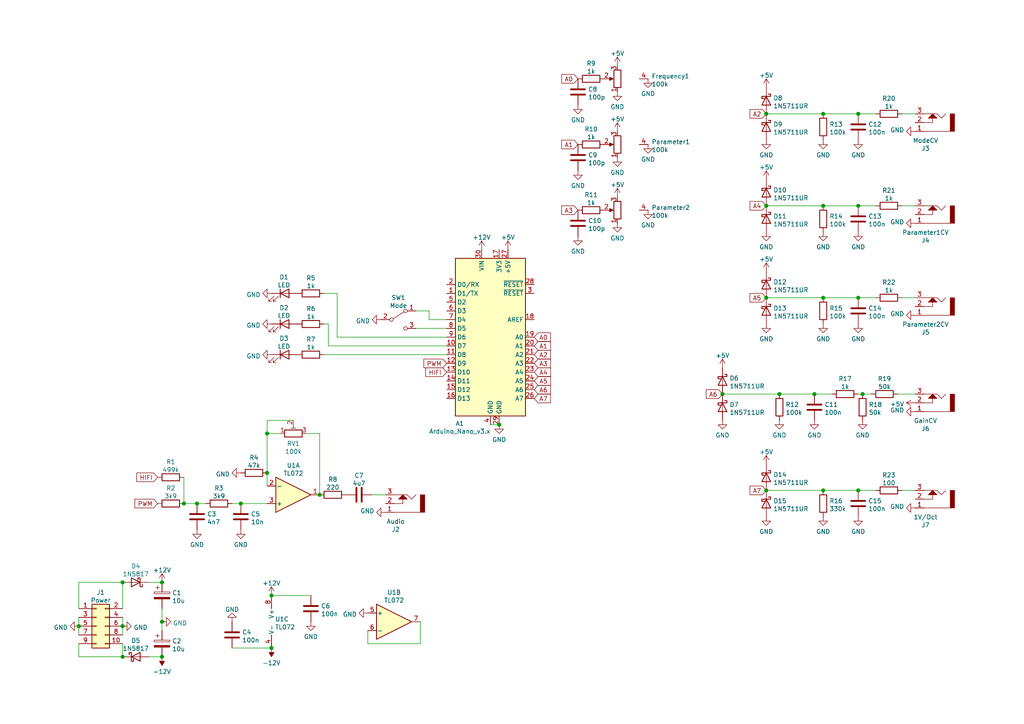
<source format=kicad_sch>
(kicad_sch (version 20210126) (generator eeschema)
  (paper "A4")
  (lib_symbols
    (symbol "Amplifier_Operational:TL072" (pin_names (offset 0.127))
      (property "Reference" "U" (at 0 5.08 0))
      (property "Value" "TL072" (at 0 -5.08 0))
      (symbol "TL072_1_1"
        (polyline (pts (xy -5.08 5.08) (xy 5.08 0) (xy -5.08 -5.08) (xy -5.08 5.08)) (stroke (width 0.254)) (fill (type background)))
        (pin output line (at 7.62 0 180) (length 2.54) (name "~") (number "1"))
        (pin input line (at -7.62 -2.54 0) (length 2.54) (name "-") (number "2"))
        (pin input line (at -7.62 2.54 0) (length 2.54) (name "+") (number "3"))
      )
      (symbol "TL072_2_1"
        (polyline (pts (xy -5.08 5.08) (xy 5.08 0) (xy -5.08 -5.08) (xy -5.08 5.08)) (stroke (width 0.254)) (fill (type background)))
        (pin input line (at -7.62 2.54 0) (length 2.54) (name "+") (number "5"))
        (pin input line (at -7.62 -2.54 0) (length 2.54) (name "-") (number "6"))
        (pin output line (at 7.62 0 180) (length 2.54) (name "~") (number "7"))
      )
      (symbol "TL072_3_1"
        (pin power_in line (at -2.54 -7.62 90) (length 3.81) (name "V-") (number "4"))
        (pin power_in line (at -2.54 7.62 270) (length 3.81) (name "V+") (number "8"))
      )
    )
    (symbol "Connector_Generic:Conn_02x05_Odd_Even" (pin_names (offset 1.016) hide)
      (property "Reference" "J" (at 1.27 7.62 0))
      (property "Value" "Conn_02x05_Odd_Even" (at 1.27 -7.62 0))
      (symbol "Conn_02x05_Odd_Even_1_1"
        (rectangle (start -1.27 -4.953) (end 0 -5.207) (stroke (width 0.1524)))
        (rectangle (start -1.27 -2.413) (end 0 -2.667) (stroke (width 0.1524)))
        (rectangle (start -1.27 0.127) (end 0 -0.127) (stroke (width 0.1524)))
        (rectangle (start -1.27 2.667) (end 0 2.413) (stroke (width 0.1524)))
        (rectangle (start -1.27 5.207) (end 0 4.953) (stroke (width 0.1524)))
        (rectangle (start 3.81 -4.953) (end 2.54 -5.207) (stroke (width 0.1524)))
        (rectangle (start 3.81 -2.413) (end 2.54 -2.667) (stroke (width 0.1524)))
        (rectangle (start 3.81 0.127) (end 2.54 -0.127) (stroke (width 0.1524)))
        (rectangle (start 3.81 2.667) (end 2.54 2.413) (stroke (width 0.1524)))
        (rectangle (start 3.81 5.207) (end 2.54 4.953) (stroke (width 0.1524)))
        (rectangle (start -1.27 6.35) (end 3.81 -6.35) (stroke (width 0.254)) (fill (type background)))
        (pin passive line (at -5.08 5.08 0) (length 3.81) (name "Pin_1") (number "1"))
        (pin passive line (at 7.62 -5.08 180) (length 3.81) (name "Pin_10") (number "10"))
        (pin passive line (at 7.62 5.08 180) (length 3.81) (name "Pin_2") (number "2"))
        (pin passive line (at -5.08 2.54 0) (length 3.81) (name "Pin_3") (number "3"))
        (pin passive line (at 7.62 2.54 180) (length 3.81) (name "Pin_4") (number "4"))
        (pin passive line (at -5.08 0 0) (length 3.81) (name "Pin_5") (number "5"))
        (pin passive line (at 7.62 0 180) (length 3.81) (name "Pin_6") (number "6"))
        (pin passive line (at -5.08 -2.54 0) (length 3.81) (name "Pin_7") (number "7"))
        (pin passive line (at 7.62 -2.54 180) (length 3.81) (name "Pin_8") (number "8"))
        (pin passive line (at -5.08 -5.08 0) (length 3.81) (name "Pin_9") (number "9"))
      )
    )
    (symbol "Device:C" (pin_numbers hide) (pin_names (offset 0.254))
      (property "Reference" "C" (at 0.635 2.54 0))
      (property "Value" "C" (at 0.635 -2.54 0))
      (symbol "C_0_1"
        (polyline (pts (xy -2.032 -0.762) (xy 2.032 -0.762)) (stroke (width 0.508)))
        (polyline (pts (xy -2.032 0.762) (xy 2.032 0.762)) (stroke (width 0.508)))
      )
      (symbol "C_1_1"
        (pin passive line (at 0 3.81 270) (length 2.794) (name "~") (number "1"))
        (pin passive line (at 0 -3.81 90) (length 2.794) (name "~") (number "2"))
      )
    )
    (symbol "Device:C_Polarized" (pin_numbers hide) (pin_names (offset 0.254))
      (property "Reference" "C" (at 0.635 2.54 0))
      (property "Value" "C_Polarized" (at 0.635 -2.54 0))
      (symbol "C_Polarized_0_1"
        (rectangle (start -2.286 0.508) (end 2.286 1.016))
        (rectangle (start 2.286 -0.508) (end -2.286 -1.016) (fill (type outline)))
        (polyline (pts (xy -1.778 2.286) (xy -0.762 2.286)))
        (polyline (pts (xy -1.27 2.794) (xy -1.27 1.778)))
      )
      (symbol "C_Polarized_1_1"
        (pin passive line (at 0 3.81 270) (length 2.794) (name "~") (number "1"))
        (pin passive line (at 0 -3.81 90) (length 2.794) (name "~") (number "2"))
      )
    )
    (symbol "Device:LED" (pin_numbers hide) (pin_names (offset 1.016) hide)
      (property "Reference" "D" (at 0 2.54 0))
      (property "Value" "LED" (at 0 -2.54 0))
      (symbol "LED_0_1"
        (polyline (pts (xy -1.27 -1.27) (xy -1.27 1.27)) (stroke (width 0.254)))
        (polyline (pts (xy -1.27 0) (xy 1.27 0)))
        (polyline (pts (xy 1.27 -1.27) (xy 1.27 1.27) (xy -1.27 0) (xy 1.27 -1.27)) (stroke (width 0.254)))
        (polyline (pts (xy -3.048 -0.762) (xy -4.572 -2.286) (xy -3.81 -2.286) (xy -4.572 -2.286) (xy -4.572 -1.524)))
        (polyline (pts (xy -1.778 -0.762) (xy -3.302 -2.286) (xy -2.54 -2.286) (xy -3.302 -2.286) (xy -3.302 -1.524)))
      )
      (symbol "LED_1_1"
        (pin passive line (at -3.81 0 0) (length 2.54) (name "K") (number "1"))
        (pin passive line (at 3.81 0 180) (length 2.54) (name "A") (number "2"))
      )
    )
    (symbol "Device:R" (pin_numbers hide) (pin_names (offset 0))
      (property "Reference" "R" (at 2.032 0 90))
      (property "Value" "R" (at 0 0 90))
      (symbol "R_0_1"
        (rectangle (start -1.016 -2.54) (end 1.016 2.54) (stroke (width 0.254)))
      )
      (symbol "R_1_1"
        (pin passive line (at 0 3.81 270) (length 1.27) (name "~") (number "1"))
        (pin passive line (at 0 -3.81 90) (length 1.27) (name "~") (number "2"))
      )
    )
    (symbol "Device:R_Potentiometer_GND" (pin_names (offset 1.016) hide)
      (property "Reference" "RV" (at -4.445 0 90))
      (property "Value" "R_Potentiometer_GND" (at -2.54 0 90))
      (symbol "R_Potentiometer_GND_0_1"
        (rectangle (start 1.016 2.54) (end -1.016 -2.54) (stroke (width 0.254)))
        (polyline (pts (xy 2.54 0) (xy 1.524 0)))
        (polyline (pts (xy 1.143 0) (xy 2.286 0.508) (xy 2.286 -0.508) (xy 1.143 0)) (fill (type outline)))
      )
      (symbol "R_Potentiometer_GND_1_1"
        (pin passive line (at 0 3.81 270) (length 1.27) (name "1") (number "1"))
        (pin passive line (at 3.81 0 180) (length 1.27) (name "2") (number "2"))
        (pin passive line (at 0 -3.81 90) (length 1.27) (name "3") (number "3"))
        (pin passive line (at -8.89 0 0) (length 2.54) (name "GND") (number "4"))
      )
    )
    (symbol "Device:R_Potentiometer_Trim" (pin_names (offset 1.016) hide)
      (property "Reference" "RV" (at -4.445 0 90))
      (property "Value" "R_Potentiometer_Trim" (at -2.54 0 90))
      (symbol "R_Potentiometer_Trim_0_1"
        (rectangle (start 1.016 2.54) (end -1.016 -2.54) (stroke (width 0.254)))
        (polyline (pts (xy 1.524 0.762) (xy 1.524 -0.762)))
        (polyline (pts (xy 2.54 0) (xy 1.524 0)))
      )
      (symbol "R_Potentiometer_Trim_1_1"
        (pin passive line (at 0 3.81 270) (length 1.27) (name "1") (number "1"))
        (pin passive line (at 3.81 0 180) (length 1.27) (name "2") (number "2"))
        (pin passive line (at 0 -3.81 90) (length 1.27) (name "3") (number "3"))
      )
    )
    (symbol "Diode:1N5711UR" (pin_numbers hide) (pin_names (offset 1.016) hide)
      (property "Reference" "D" (at 0 2.54 0))
      (property "Value" "1N5711UR" (at 0 -2.54 0))
      (symbol "1N5711UR_0_1"
        (polyline (pts (xy 1.27 0) (xy -1.27 0)))
        (polyline (pts (xy 1.27 1.27) (xy 1.27 -1.27) (xy -1.27 0) (xy 1.27 1.27)) (stroke (width 0.254)))
        (polyline (pts (xy -1.905 0.635) (xy -1.905 1.27) (xy -1.27 1.27) (xy -1.27 -1.27) (xy -0.635 -1.27) (xy -0.635 -0.635)) (stroke (width 0.254)))
      )
      (symbol "1N5711UR_1_1"
        (pin passive line (at -3.81 0 0) (length 2.54) (name "K") (number "1"))
        (pin passive line (at 3.81 0 180) (length 2.54) (name "A") (number "2"))
      )
    )
    (symbol "Diode:1N5817" (pin_numbers hide) (pin_names (offset 1.016) hide)
      (property "Reference" "D" (at 0 2.54 0))
      (property "Value" "1N5817" (at 0 -2.54 0))
      (symbol "1N5817_0_1"
        (polyline (pts (xy 1.27 0) (xy -1.27 0)))
        (polyline (pts (xy 1.27 1.27) (xy 1.27 -1.27) (xy -1.27 0) (xy 1.27 1.27)) (stroke (width 0.254)))
        (polyline (pts (xy -1.905 0.635) (xy -1.905 1.27) (xy -1.27 1.27) (xy -1.27 -1.27) (xy -0.635 -1.27) (xy -0.635 -0.635)) (stroke (width 0.254)))
      )
      (symbol "1N5817_1_1"
        (pin passive line (at -3.81 0 0) (length 2.54) (name "K") (number "1"))
        (pin passive line (at 3.81 0 180) (length 2.54) (name "A") (number "2"))
      )
    )
    (symbol "MCU_Module:Arduino_Nano_v3.x"
      (property "Reference" "A" (at -10.16 23.495 0))
      (property "Value" "Arduino_Nano_v3.x" (at 5.08 -24.13 0))
      (symbol "Arduino_Nano_v3.x_0_1"
        (rectangle (start -10.16 22.86) (end 10.16 -22.86) (stroke (width 0.254)) (fill (type background)))
      )
      (symbol "Arduino_Nano_v3.x_1_1"
        (pin bidirectional line (at -12.7 12.7 0) (length 2.54) (name "D1/TX") (number "1"))
        (pin bidirectional line (at -12.7 -2.54 0) (length 2.54) (name "D7") (number "10"))
        (pin bidirectional line (at -12.7 -5.08 0) (length 2.54) (name "D8") (number "11"))
        (pin bidirectional line (at -12.7 -7.62 0) (length 2.54) (name "D9") (number "12"))
        (pin bidirectional line (at -12.7 -10.16 0) (length 2.54) (name "D10") (number "13"))
        (pin bidirectional line (at -12.7 -12.7 0) (length 2.54) (name "D11") (number "14"))
        (pin bidirectional line (at -12.7 -15.24 0) (length 2.54) (name "D12") (number "15"))
        (pin bidirectional line (at -12.7 -17.78 0) (length 2.54) (name "D13") (number "16"))
        (pin power_out line (at 2.54 25.4 270) (length 2.54) (name "3V3") (number "17"))
        (pin input line (at 12.7 5.08 180) (length 2.54) (name "AREF") (number "18"))
        (pin bidirectional line (at 12.7 0 180) (length 2.54) (name "A0") (number "19"))
        (pin bidirectional line (at -12.7 15.24 0) (length 2.54) (name "D0/RX") (number "2"))
        (pin bidirectional line (at 12.7 -2.54 180) (length 2.54) (name "A1") (number "20"))
        (pin bidirectional line (at 12.7 -5.08 180) (length 2.54) (name "A2") (number "21"))
        (pin bidirectional line (at 12.7 -7.62 180) (length 2.54) (name "A3") (number "22"))
        (pin bidirectional line (at 12.7 -10.16 180) (length 2.54) (name "A4") (number "23"))
        (pin bidirectional line (at 12.7 -12.7 180) (length 2.54) (name "A5") (number "24"))
        (pin bidirectional line (at 12.7 -15.24 180) (length 2.54) (name "A6") (number "25"))
        (pin bidirectional line (at 12.7 -17.78 180) (length 2.54) (name "A7") (number "26"))
        (pin power_out line (at 5.08 25.4 270) (length 2.54) (name "+5V") (number "27"))
        (pin input line (at 12.7 15.24 180) (length 2.54) (name "~RESET") (number "28"))
        (pin power_in line (at 2.54 -25.4 90) (length 2.54) (name "GND") (number "29"))
        (pin input line (at 12.7 12.7 180) (length 2.54) (name "~RESET") (number "3"))
        (pin power_in line (at -2.54 25.4 270) (length 2.54) (name "VIN") (number "30"))
        (pin power_in line (at 0 -25.4 90) (length 2.54) (name "GND") (number "4"))
        (pin bidirectional line (at -12.7 10.16 0) (length 2.54) (name "D2") (number "5"))
        (pin bidirectional line (at -12.7 7.62 0) (length 2.54) (name "D3") (number "6"))
        (pin bidirectional line (at -12.7 5.08 0) (length 2.54) (name "D4") (number "7"))
        (pin bidirectional line (at -12.7 2.54 0) (length 2.54) (name "D5") (number "8"))
        (pin bidirectional line (at -12.7 0 0) (length 2.54) (name "D6") (number "9"))
      )
    )
    (symbol "Switch:SW_SPDT" (pin_names (offset 0) hide)
      (property "Reference" "SW" (at 0 4.318 0))
      (property "Value" "SW_SPDT" (at 0 -5.08 0))
      (symbol "SW_SPDT_0_0"
        (circle (center -2.032 0) (radius 0.508))
        (circle (center 2.032 -2.54) (radius 0.508))
      )
      (symbol "SW_SPDT_0_1"
        (circle (center 2.032 2.54) (radius 0.508))
        (polyline (pts (xy -1.524 0.254) (xy 1.651 2.286)))
      )
      (symbol "SW_SPDT_1_1"
        (pin passive line (at 5.08 2.54 180) (length 2.54) (name "A") (number "1"))
        (pin passive line (at -5.08 0 0) (length 2.54) (name "B") (number "2"))
        (pin passive line (at 5.08 -2.54 180) (length 2.54) (name "C") (number "3"))
      )
    )
    (symbol "nathans_symbols:Thonkiconn"
      (property "Reference" "U" (at -2.54 7.62 0))
      (property "Value" "Thonkiconn" (at -2.54 5.08 0))
      (symbol "Thonkiconn_0_1"
        (rectangle (start -11.43 2.54) (end -10.16 -2.54) (stroke (width 0.1524)) (fill (type outline)))
        (polyline (pts (xy -2.54 2.54) (xy -10.16 2.54)) (stroke (width 0.1524)))
        (polyline (pts (xy -2.54 0) (xy -5.08 0) (xy -5.08 -2.54)) (stroke (width 0.1524)))
        (polyline (pts (xy -2.54 -2.54) (xy -6.35 -2.54) (xy -7.62 -1.27) (xy -8.89 -2.54)) (stroke (width 0.1524)))
        (polyline (pts (xy -5.08 -2.54) (xy -6.35 -1.27) (xy -3.81 -1.27) (xy -5.08 -2.54)) (stroke (width 0.1524)) (fill (type outline)))
      )
      (symbol "Thonkiconn_1_1"
        (pin passive line (at 0 2.54 180) (length 2.54) (name "") (number "1"))
        (pin passive line (at 0 0 180) (length 2.54) (name "") (number "2"))
        (pin passive line (at 0 -2.54 180) (length 2.54) (name "") (number "3"))
      )
    )
    (symbol "power:+12V" (power) (pin_names (offset 0))
      (property "Value" "+12V" (at 0 3.556 0))
      (symbol "+12V_0_1"
        (polyline (pts (xy -0.762 1.27) (xy 0 2.54)))
        (polyline (pts (xy 0 0) (xy 0 2.54)))
        (polyline (pts (xy 0 2.54) (xy 0.762 1.27)))
      )
      (symbol "+12V_1_1"
        (pin power_in line (at 0 0 90) (length 0) hide (name "+12V") (number "1"))
      )
    )
    (symbol "power:+5V" (power) (pin_names (offset 0))
      (property "Value" "+5V" (at 0 3.556 0))
      (symbol "+5V_0_1"
        (polyline (pts (xy -0.762 1.27) (xy 0 2.54)))
        (polyline (pts (xy 0 0) (xy 0 2.54)))
        (polyline (pts (xy 0 2.54) (xy 0.762 1.27)))
      )
      (symbol "+5V_1_1"
        (pin power_in line (at 0 0 90) (length 0) hide (name "+5V") (number "1"))
      )
    )
    (symbol "power:-12V" (power) (pin_names (offset 0))
      (property "Value" "-12V" (at 0 3.81 0))
      (symbol "-12V_0_0"
        (pin power_in line (at 0 0 90) (length 0) hide (name "-12V") (number "1"))
      )
      (symbol "-12V_0_1"
        (polyline (pts (xy 0 0) (xy 0 1.27) (xy 0.762 1.27) (xy 0 2.54) (xy -0.762 1.27) (xy 0 1.27)) (fill (type outline)))
      )
    )
    (symbol "power:GND" (power) (pin_names (offset 0))
      (property "Value" "GND" (at 0 -3.81 0))
      (symbol "GND_0_1"
        (polyline (pts (xy 0 0) (xy 0 -1.27) (xy 1.27 -1.27) (xy 0 -2.54) (xy -1.27 -1.27) (xy 0 -1.27)))
      )
      (symbol "GND_1_1"
        (pin power_in line (at 0 0 270) (length 0) hide (name "GND") (number "1"))
      )
    )
  )
  (junction (at 22.86 181.61) (diameter 1.016))
  (junction (at 35.56 168.91) (diameter 1.016))
  (junction (at 35.56 181.61) (diameter 1.016))
  (junction (at 35.56 190.5) (diameter 1.016))
  (junction (at 46.99 168.91) (diameter 1.016))
  (junction (at 46.99 180.34) (diameter 1.016))
  (junction (at 46.99 190.5) (diameter 1.016))
  (junction (at 53.34 146.05) (diameter 1.016))
  (junction (at 57.15 146.05) (diameter 1.016))
  (junction (at 69.85 146.05) (diameter 1.016))
  (junction (at 77.47 125.73) (diameter 1.016))
  (junction (at 77.47 137.16) (diameter 1.016))
  (junction (at 78.74 172.72) (diameter 1.016))
  (junction (at 78.74 187.96) (diameter 1.016))
  (junction (at 92.71 143.51) (diameter 1.016))
  (junction (at 144.78 123.19) (diameter 1.016))
  (junction (at 209.55 114.3) (diameter 1.016))
  (junction (at 222.25 33.02) (diameter 1.016))
  (junction (at 222.25 59.69) (diameter 1.016))
  (junction (at 222.25 86.36) (diameter 1.016))
  (junction (at 222.25 142.24) (diameter 1.016))
  (junction (at 226.06 114.3) (diameter 1.016))
  (junction (at 236.22 114.3) (diameter 1.016))
  (junction (at 238.76 33.02) (diameter 1.016))
  (junction (at 238.76 59.69) (diameter 1.016))
  (junction (at 238.76 86.36) (diameter 1.016))
  (junction (at 238.76 142.24) (diameter 1.016))
  (junction (at 248.92 33.02) (diameter 1.016))
  (junction (at 248.92 59.69) (diameter 1.016))
  (junction (at 248.92 86.36) (diameter 1.016))
  (junction (at 248.92 142.24) (diameter 1.016))
  (junction (at 250.19 114.3) (diameter 1.016))
  (wire (pts (xy 22.86 168.91) (xy 35.56 168.91)))
  (wire (pts (xy 22.86 176.53) (xy 22.86 168.91)))
  (wire (pts (xy 22.86 179.07) (xy 22.86 181.61)))
  (wire (pts (xy 22.86 181.61) (xy 22.86 184.15)))
  (wire (pts (xy 22.86 186.69) (xy 22.86 190.5)))
  (wire (pts (xy 22.86 190.5) (xy 35.56 190.5)))
  (wire (pts (xy 35.56 176.53) (xy 35.56 168.91)))
  (wire (pts (xy 35.56 179.07) (xy 35.56 181.61)))
  (wire (pts (xy 35.56 181.61) (xy 35.56 184.15)))
  (wire (pts (xy 35.56 190.5) (xy 35.56 186.69)))
  (wire (pts (xy 43.18 168.91) (xy 46.99 168.91)))
  (wire (pts (xy 43.18 190.5) (xy 46.99 190.5)))
  (wire (pts (xy 46.99 176.53) (xy 46.99 180.34)))
  (wire (pts (xy 46.99 180.34) (xy 46.99 182.88)))
  (wire (pts (xy 53.34 138.43) (xy 53.34 146.05)))
  (wire (pts (xy 53.34 146.05) (xy 57.15 146.05)))
  (wire (pts (xy 57.15 146.05) (xy 59.69 146.05)))
  (wire (pts (xy 67.31 146.05) (xy 69.85 146.05)))
  (wire (pts (xy 67.31 187.96) (xy 78.74 187.96)))
  (wire (pts (xy 69.85 146.05) (xy 77.47 146.05)))
  (wire (pts (xy 77.47 121.92) (xy 77.47 125.73)))
  (wire (pts (xy 77.47 125.73) (xy 77.47 137.16)))
  (wire (pts (xy 77.47 137.16) (xy 77.47 140.97)))
  (wire (pts (xy 78.74 172.72) (xy 90.17 172.72)))
  (wire (pts (xy 81.28 125.73) (xy 77.47 125.73)))
  (wire (pts (xy 85.09 121.92) (xy 77.47 121.92)))
  (wire (pts (xy 88.9 125.73) (xy 92.71 125.73)))
  (wire (pts (xy 92.71 125.73) (xy 92.71 143.51)))
  (wire (pts (xy 93.98 85.09) (xy 97.79 85.09)))
  (wire (pts (xy 93.98 102.87) (xy 129.54 102.87)))
  (wire (pts (xy 95.25 93.98) (xy 93.98 93.98)))
  (wire (pts (xy 95.25 100.33) (xy 95.25 93.98)))
  (wire (pts (xy 97.79 85.09) (xy 97.79 97.79)))
  (wire (pts (xy 97.79 97.79) (xy 129.54 97.79)))
  (wire (pts (xy 106.68 182.88) (xy 106.68 186.69)))
  (wire (pts (xy 106.68 186.69) (xy 121.92 186.69)))
  (wire (pts (xy 107.95 143.51) (xy 111.76 143.51)))
  (wire (pts (xy 120.65 95.25) (xy 129.54 95.25)))
  (wire (pts (xy 121.92 186.69) (xy 121.92 180.34)))
  (wire (pts (xy 124.46 90.17) (xy 120.65 90.17)))
  (wire (pts (xy 124.46 92.71) (xy 124.46 90.17)))
  (wire (pts (xy 129.54 92.71) (xy 124.46 92.71)))
  (wire (pts (xy 129.54 100.33) (xy 95.25 100.33)))
  (wire (pts (xy 142.24 123.19) (xy 144.78 123.19)))
  (wire (pts (xy 209.55 114.3) (xy 226.06 114.3)))
  (wire (pts (xy 222.25 33.02) (xy 238.76 33.02)))
  (wire (pts (xy 222.25 59.69) (xy 238.76 59.69)))
  (wire (pts (xy 222.25 86.36) (xy 238.76 86.36)))
  (wire (pts (xy 222.25 142.24) (xy 238.76 142.24)))
  (wire (pts (xy 226.06 114.3) (xy 236.22 114.3)))
  (wire (pts (xy 236.22 114.3) (xy 241.3 114.3)))
  (wire (pts (xy 238.76 33.02) (xy 248.92 33.02)))
  (wire (pts (xy 238.76 59.69) (xy 248.92 59.69)))
  (wire (pts (xy 238.76 86.36) (xy 248.92 86.36)))
  (wire (pts (xy 238.76 142.24) (xy 248.92 142.24)))
  (wire (pts (xy 248.92 33.02) (xy 254 33.02)))
  (wire (pts (xy 248.92 59.69) (xy 254 59.69)))
  (wire (pts (xy 248.92 86.36) (xy 254 86.36)))
  (wire (pts (xy 248.92 114.3) (xy 250.19 114.3)))
  (wire (pts (xy 248.92 142.24) (xy 254 142.24)))
  (wire (pts (xy 250.19 114.3) (xy 252.73 114.3)))
  (wire (pts (xy 260.35 114.3) (xy 265.43 114.3)))
  (wire (pts (xy 261.62 33.02) (xy 265.43 33.02)))
  (wire (pts (xy 261.62 59.69) (xy 265.43 59.69)))
  (wire (pts (xy 261.62 86.36) (xy 265.43 86.36)))
  (wire (pts (xy 261.62 142.24) (xy 265.43 142.24)))
  (global_label "HIFI" (shape input) (at 45.72 138.43 180) (property "Intersheet References" "${INTERSHEET_REFS}" (effects hide)))
  (global_label "PWM" (shape input) (at 45.72 146.05 180) (property "Intersheet References" "${INTERSHEET_REFS}" (effects hide)))
  (global_label "PWM" (shape input) (at 129.54 105.41 180) (property "Intersheet References" "${INTERSHEET_REFS}" (effects hide)))
  (global_label "HIFI" (shape input) (at 129.54 107.95 180) (property "Intersheet References" "${INTERSHEET_REFS}" (effects hide)))
  (global_label "A0" (shape input) (at 154.94 97.79 0) (property "Intersheet References" "${INTERSHEET_REFS}" (effects hide)))
  (global_label "A1" (shape input) (at 154.94 100.33 0) (property "Intersheet References" "${INTERSHEET_REFS}" (effects hide)))
  (global_label "A2" (shape input) (at 154.94 102.87 0) (property "Intersheet References" "${INTERSHEET_REFS}" (effects hide)))
  (global_label "A3" (shape input) (at 154.94 105.41 0) (property "Intersheet References" "${INTERSHEET_REFS}" (effects hide)))
  (global_label "A4" (shape input) (at 154.94 107.95 0) (property "Intersheet References" "${INTERSHEET_REFS}" (effects hide)))
  (global_label "A5" (shape input) (at 154.94 110.49 0) (property "Intersheet References" "${INTERSHEET_REFS}" (effects hide)))
  (global_label "A6" (shape input) (at 154.94 113.03 0) (property "Intersheet References" "${INTERSHEET_REFS}" (effects hide)))
  (global_label "A7" (shape input) (at 154.94 115.57 0) (property "Intersheet References" "${INTERSHEET_REFS}" (effects hide)))
  (global_label "A0" (shape input) (at 167.64 22.86 180) (property "Intersheet References" "${INTERSHEET_REFS}" (effects hide)))
  (global_label "A1" (shape input) (at 167.64 41.91 180) (property "Intersheet References" "${INTERSHEET_REFS}" (effects hide)))
  (global_label "A3" (shape input) (at 167.64 60.96 180) (property "Intersheet References" "${INTERSHEET_REFS}" (effects hide)))
  (global_label "A6" (shape input) (at 209.55 114.3 180) (property "Intersheet References" "${INTERSHEET_REFS}" (effects hide)))
  (global_label "A2" (shape input) (at 222.25 33.02 180) (property "Intersheet References" "${INTERSHEET_REFS}" (effects hide)))
  (global_label "A4" (shape input) (at 222.25 59.69 180) (property "Intersheet References" "${INTERSHEET_REFS}" (effects hide)))
  (global_label "A5" (shape input) (at 222.25 86.36 180) (property "Intersheet References" "${INTERSHEET_REFS}" (effects hide)))
  (global_label "A7" (shape input) (at 222.25 142.24 180) (property "Intersheet References" "${INTERSHEET_REFS}" (effects hide)))
  (symbol (lib_id "power:+12V") (at 46.99 168.91 0) (unit 1)
    (property "Reference" "#PWR0101" (effects hide))
    (property "Value" "+12V" (at 46.99 165.3626 0))
  )
  (symbol (lib_id "power:-12V") (at 46.99 190.5 180) (unit 1)
    (property "Reference" "#PWR0106" (effects hide))
    (property "Value" "-12V" (at 46.99 194.8244 0))
  )
  (symbol (lib_id "power:+12V") (at 78.74 172.72 0) (unit 1)
    (property "Reference" "#PWR0117" (effects hide))
    (property "Value" "+12V" (at 78.74 169.1726 0))
  )
  (symbol (lib_id "power:-12V") (at 78.74 187.96 180) (unit 1)
    (property "Reference" "#PWR0115" (effects hide))
    (property "Value" "-12V" (at 78.74 192.2844 0))
  )
  (symbol (lib_id "power:+12V") (at 139.7 72.39 0) (unit 1)
    (property "Reference" "#PWR0120" (effects hide))
    (property "Value" "+12V" (at 139.7 68.8426 0))
  )
  (symbol (lib_id "power:+5V") (at 147.32 72.39 0) (unit 1)
    (property "Reference" "#PWR0119" (effects hide))
    (property "Value" "+5V" (at 147.32 68.8426 0))
  )
  (symbol (lib_id "power:+5V") (at 179.07 19.05 0) (unit 1)
    (property "Reference" "#PWR0138" (effects hide))
    (property "Value" "+5V" (at 179.07 15.5026 0))
  )
  (symbol (lib_id "power:+5V") (at 179.07 38.1 0) (unit 1)
    (property "Reference" "#PWR0143" (effects hide))
    (property "Value" "+5V" (at 179.07 34.5526 0))
  )
  (symbol (lib_id "power:+5V") (at 179.07 57.15 0) (unit 1)
    (property "Reference" "#PWR0140" (effects hide))
    (property "Value" "+5V" (at 179.07 53.6026 0))
  )
  (symbol (lib_id "power:+5V") (at 209.55 106.68 0) (unit 1)
    (property "Reference" "#PWR0157" (effects hide))
    (property "Value" "+5V" (at 209.55 103.1326 0))
  )
  (symbol (lib_id "power:+5V") (at 222.25 25.4 0) (unit 1)
    (property "Reference" "#PWR0146" (effects hide))
    (property "Value" "+5V" (at 222.25 21.8526 0))
  )
  (symbol (lib_id "power:+5V") (at 222.25 52.07 0) (unit 1)
    (property "Reference" "#PWR0147" (effects hide))
    (property "Value" "+5V" (at 222.25 48.5226 0))
  )
  (symbol (lib_id "power:+5V") (at 222.25 78.74 0) (unit 1)
    (property "Reference" "#PWR0149" (effects hide))
    (property "Value" "+5V" (at 222.25 75.1926 0))
  )
  (symbol (lib_id "power:+5V") (at 222.25 134.62 0) (unit 1)
    (property "Reference" "#PWR0159" (effects hide))
    (property "Value" "+5V" (at 222.25 131.0726 0))
  )
  (symbol (lib_id "power:+5V") (at 265.43 116.84 90) (unit 1)
    (property "Reference" "#PWR0133" (effects hide))
    (property "Value" "+5V" (at 262.255 117.2285 90) (effects (justify left)))
  )
  (symbol (lib_id "power:GND") (at 22.86 181.61 270) (unit 1)
    (property "Reference" "#PWR0102" (effects hide))
    (property "Value" "GND" (at 19.685 181.9985 90) (effects (justify right)))
  )
  (symbol (lib_id "power:GND") (at 35.56 181.61 90) (unit 1)
    (property "Reference" "#PWR0103" (effects hide))
    (property "Value" "GND" (at 38.7351 181.9985 90) (effects (justify right)))
  )
  (symbol (lib_id "power:GND") (at 46.99 180.34 90) (unit 1)
    (property "Reference" "#PWR0105" (effects hide))
    (property "Value" "GND" (at 50.1651 180.7285 90) (effects (justify right)))
  )
  (symbol (lib_id "power:GND") (at 57.15 153.67 0) (unit 1)
    (property "Reference" "#PWR0104" (effects hide))
    (property "Value" "GND" (at 57.15 157.9944 0))
  )
  (symbol (lib_id "power:GND") (at 67.31 180.34 180) (unit 1)
    (property "Reference" "#PWR0114" (effects hide))
    (property "Value" "GND" (at 67.31 176.7926 0))
  )
  (symbol (lib_id "power:GND") (at 69.85 137.16 270) (unit 1)
    (property "Reference" "#PWR0107" (effects hide))
    (property "Value" "GND" (at 66.675 137.5485 90) (effects (justify right)))
  )
  (symbol (lib_id "power:GND") (at 69.85 153.67 0) (unit 1)
    (property "Reference" "#PWR0112" (effects hide))
    (property "Value" "GND" (at 69.85 157.9944 0))
  )
  (symbol (lib_id "power:GND") (at 78.74 85.09 270) (unit 1)
    (property "Reference" "#PWR0109" (effects hide))
    (property "Value" "GND" (at 75.565 85.4785 90) (effects (justify right)))
  )
  (symbol (lib_id "power:GND") (at 78.74 93.98 270) (unit 1)
    (property "Reference" "#PWR0110" (effects hide))
    (property "Value" "GND" (at 75.565 94.3685 90) (effects (justify right)))
  )
  (symbol (lib_id "power:GND") (at 78.74 102.87 270) (unit 1)
    (property "Reference" "#PWR0108" (effects hide))
    (property "Value" "GND" (at 75.565 103.2585 90) (effects (justify right)))
  )
  (symbol (lib_id "power:GND") (at 90.17 180.34 0) (unit 1)
    (property "Reference" "#PWR0113" (effects hide))
    (property "Value" "GND" (at 90.17 184.6644 0))
  )
  (symbol (lib_id "power:GND") (at 106.68 177.8 270) (unit 1)
    (property "Reference" "#PWR0116" (effects hide))
    (property "Value" "GND" (at 103.505 178.1885 90) (effects (justify right)))
  )
  (symbol (lib_id "power:GND") (at 110.49 92.71 270) (unit 1)
    (property "Reference" "#PWR0118" (effects hide))
    (property "Value" "GND" (at 107.315 93.0985 90) (effects (justify right)))
  )
  (symbol (lib_id "power:GND") (at 111.76 148.59 270) (unit 1)
    (property "Reference" "#PWR0111" (effects hide))
    (property "Value" "GND" (at 108.5849 148.2015 90) (effects (justify right)))
  )
  (symbol (lib_id "power:GND") (at 144.78 123.19 0) (unit 1)
    (property "Reference" "#PWR0122" (effects hide))
    (property "Value" "GND" (at 144.78 127.5144 0))
  )
  (symbol (lib_id "power:GND") (at 167.64 30.48 0) (unit 1)
    (property "Reference" "#PWR0136" (effects hide))
    (property "Value" "GND" (at 167.64 34.8044 0))
  )
  (symbol (lib_id "power:GND") (at 167.64 49.53 0) (unit 1)
    (property "Reference" "#PWR0134" (effects hide))
    (property "Value" "GND" (at 167.64 53.8544 0))
  )
  (symbol (lib_id "power:GND") (at 167.64 68.58 0) (unit 1)
    (property "Reference" "#PWR0121" (effects hide))
    (property "Value" "GND" (at 167.64 72.9044 0))
  )
  (symbol (lib_id "power:GND") (at 179.07 26.67 0) (unit 1)
    (property "Reference" "#PWR0139" (effects hide))
    (property "Value" "GND" (at 179.07 30.9944 0))
  )
  (symbol (lib_id "power:GND") (at 179.07 45.72 0) (unit 1)
    (property "Reference" "#PWR0135" (effects hide))
    (property "Value" "GND" (at 179.07 50.0444 0))
  )
  (symbol (lib_id "power:GND") (at 179.07 64.77 0) (unit 1)
    (property "Reference" "#PWR0142" (effects hide))
    (property "Value" "GND" (at 179.07 69.0944 0))
  )
  (symbol (lib_id "power:GND") (at 187.96 22.86 0) (unit 1)
    (property "Reference" "#PWR0137" (effects hide))
    (property "Value" "GND" (at 187.96 27.1844 0))
  )
  (symbol (lib_id "power:GND") (at 187.96 41.91 0) (unit 1)
    (property "Reference" "#PWR0144" (effects hide))
    (property "Value" "GND" (at 187.96 46.2344 0))
  )
  (symbol (lib_id "power:GND") (at 187.96 60.96 0) (unit 1)
    (property "Reference" "#PWR0141" (effects hide))
    (property "Value" "GND" (at 187.96 65.2844 0))
  )
  (symbol (lib_id "power:GND") (at 209.55 121.92 0) (unit 1)
    (property "Reference" "#PWR0158" (effects hide))
    (property "Value" "GND" (at 209.55 126.2444 0))
  )
  (symbol (lib_id "power:GND") (at 222.25 40.64 0) (unit 1)
    (property "Reference" "#PWR0148" (effects hide))
    (property "Value" "GND" (at 222.25 44.9644 0))
  )
  (symbol (lib_id "power:GND") (at 222.25 67.31 0) (unit 1)
    (property "Reference" "#PWR0150" (effects hide))
    (property "Value" "GND" (at 222.25 71.6344 0))
  )
  (symbol (lib_id "power:GND") (at 222.25 93.98 0) (unit 1)
    (property "Reference" "#PWR0128" (effects hide))
    (property "Value" "GND" (at 222.25 98.3044 0))
  )
  (symbol (lib_id "power:GND") (at 222.25 149.86 0) (unit 1)
    (property "Reference" "#PWR0160" (effects hide))
    (property "Value" "GND" (at 222.25 154.1844 0))
  )
  (symbol (lib_id "power:GND") (at 226.06 121.92 0) (unit 1)
    (property "Reference" "#PWR0130" (effects hide))
    (property "Value" "GND" (at 226.06 126.2444 0))
  )
  (symbol (lib_id "power:GND") (at 236.22 121.92 0) (unit 1)
    (property "Reference" "#PWR0131" (effects hide))
    (property "Value" "GND" (at 236.22 126.2444 0))
  )
  (symbol (lib_id "power:GND") (at 238.76 40.64 0) (unit 1)
    (property "Reference" "#PWR0126" (effects hide))
    (property "Value" "GND" (at 238.76 44.9644 0))
  )
  (symbol (lib_id "power:GND") (at 238.76 67.31 0) (unit 1)
    (property "Reference" "#PWR0123" (effects hide))
    (property "Value" "GND" (at 238.76 71.6344 0))
  )
  (symbol (lib_id "power:GND") (at 238.76 93.98 0) (unit 1)
    (property "Reference" "#PWR0154" (effects hide))
    (property "Value" "GND" (at 238.76 98.3044 0))
  )
  (symbol (lib_id "power:GND") (at 238.76 149.86 0) (unit 1)
    (property "Reference" "#PWR0155" (effects hide))
    (property "Value" "GND" (at 238.76 154.1844 0))
  )
  (symbol (lib_id "power:GND") (at 248.92 40.64 0) (unit 1)
    (property "Reference" "#PWR0127" (effects hide))
    (property "Value" "GND" (at 248.92 44.9644 0))
  )
  (symbol (lib_id "power:GND") (at 248.92 67.31 0) (unit 1)
    (property "Reference" "#PWR0125" (effects hide))
    (property "Value" "GND" (at 248.92 71.6344 0))
  )
  (symbol (lib_id "power:GND") (at 248.92 93.98 0) (unit 1)
    (property "Reference" "#PWR0153" (effects hide))
    (property "Value" "GND" (at 248.92 98.3044 0))
  )
  (symbol (lib_id "power:GND") (at 248.92 149.86 0) (unit 1)
    (property "Reference" "#PWR0156" (effects hide))
    (property "Value" "GND" (at 248.92 154.1844 0))
  )
  (symbol (lib_id "power:GND") (at 250.19 121.92 0) (unit 1)
    (property "Reference" "#PWR0129" (effects hide))
    (property "Value" "GND" (at 250.19 126.2444 0))
  )
  (symbol (lib_id "power:GND") (at 265.43 38.1 270) (unit 1)
    (property "Reference" "#PWR0145" (effects hide))
    (property "Value" "GND" (at 262.2549 37.7115 90) (effects (justify right)))
  )
  (symbol (lib_id "power:GND") (at 265.43 64.77 270) (unit 1)
    (property "Reference" "#PWR0124" (effects hide))
    (property "Value" "GND" (at 262.2549 64.3815 90) (effects (justify right)))
  )
  (symbol (lib_id "power:GND") (at 265.43 91.44 270) (unit 1)
    (property "Reference" "#PWR0151" (effects hide))
    (property "Value" "GND" (at 262.2549 91.0515 90) (effects (justify right)))
  )
  (symbol (lib_id "power:GND") (at 265.43 119.38 270) (unit 1)
    (property "Reference" "#PWR0132" (effects hide))
    (property "Value" "GND" (at 262.2549 118.9915 90) (effects (justify right)))
  )
  (symbol (lib_id "power:GND") (at 265.43 147.32 270) (unit 1)
    (property "Reference" "#PWR0152" (effects hide))
    (property "Value" "GND" (at 262.2549 146.9315 90) (effects (justify right)))
  )
  (symbol (lib_id "Amplifier_Operational:TL072") (at 81.28 180.34 0) (unit 3)
    (property "Reference" "U1" (at 79.7561 179.5791 0) (effects (justify left)))
    (property "Value" "TL072" (at 79.7561 181.8778 0) (effects (justify left)))
    (property "Footprint" "Package_SO:SO-8_3.9x4.9mm_P1.27mm" (effects hide))
    (property "Datasheet" "http://www.ti.com/lit/ds/symlink/tl071.pdf" (effects hide))
    (property "LCSC" "C6961" (effects hide))
  )
  (symbol (lib_id "Device:R") (at 49.53 138.43 90) (unit 1)
    (property "Reference" "R1" (at 49.53 133.9808 90))
    (property "Value" "499k" (at 49.53 136.2795 90))
    (property "Footprint" "Resistor_SMD:R_0805_2012MetricValue" (effects hide))
    (property "LCSC" "C75783" (effects hide))
  )
  (symbol (lib_id "Device:R") (at 49.53 146.05 90) (unit 1)
    (property "Reference" "R2" (at 49.53 141.6008 90))
    (property "Value" "3k9" (at 49.53 143.8995 90))
    (property "Footprint" "Resistor_SMD:R_0805_2012MetricValue" (effects hide))
    (property "LCSC" "C17614" (effects hide))
  )
  (symbol (lib_id "Device:R") (at 63.5 146.05 90) (unit 1)
    (property "Reference" "R3" (at 63.5 141.6008 90))
    (property "Value" "3k9" (at 63.5 143.8995 90))
    (property "Footprint" "Resistor_SMD:R_0805_2012MetricValue" (effects hide))
    (property "LCSC" "C17614" (effects hide))
  )
  (symbol (lib_id "Device:R") (at 73.66 137.16 90) (unit 1)
    (property "Reference" "R4" (at 73.66 132.7108 90))
    (property "Value" "47k" (at 73.66 135.0095 90))
    (property "Footprint" "Resistor_SMD:R_0805_2012MetricValue" (effects hide))
    (property "LCSC" "C17713" (effects hide))
  )
  (symbol (lib_id "Device:R") (at 90.17 85.09 90) (unit 1)
    (property "Reference" "R5" (at 90.17 80.6408 90))
    (property "Value" "1k" (at 90.17 82.9395 90))
    (property "Footprint" "Resistor_SMD:R_0805_2012MetricValue" (effects hide))
    (property "LCSC" "C17513" (effects hide))
  )
  (symbol (lib_id "Device:R") (at 90.17 93.98 90) (unit 1)
    (property "Reference" "R6" (at 90.17 89.5308 90))
    (property "Value" "1k" (at 90.17 91.8295 90))
    (property "Footprint" "Resistor_SMD:R_0805_2012MetricValue" (effects hide))
    (property "LCSC" "C17513" (effects hide))
  )
  (symbol (lib_id "Device:R") (at 90.17 102.87 90) (unit 1)
    (property "Reference" "R7" (at 90.17 98.4208 90))
    (property "Value" "1k" (at 90.17 100.7195 90))
    (property "Footprint" "Resistor_SMD:R_0805_2012MetricValue" (effects hide))
    (property "LCSC" "C17513" (effects hide))
  )
  (symbol (lib_id "Device:R") (at 96.52 143.51 90) (unit 1)
    (property "Reference" "R8" (at 96.52 139.0608 90))
    (property "Value" "220" (at 96.52 141.3595 90))
    (property "Footprint" "Resistor_SMD:R_0805_2012MetricValue" (effects hide))
    (property "LCSC" "C17557" (effects hide))
  )
  (symbol (lib_id "Device:R") (at 171.45 22.86 90) (unit 1)
    (property "Reference" "R9" (at 171.45 18.4108 90))
    (property "Value" "1k" (at 171.45 20.7095 90))
    (property "Footprint" "Resistor_SMD:R_0805_2012MetricValue" (effects hide))
    (property "LCSC" "C17513" (effects hide))
  )
  (symbol (lib_id "Device:R") (at 171.45 41.91 90) (unit 1)
    (property "Reference" "R10" (at 171.45 37.4608 90))
    (property "Value" "1k" (at 171.45 39.7595 90))
    (property "Footprint" "Resistor_SMD:R_0805_2012MetricValue" (effects hide))
    (property "LCSC" "C17513" (effects hide))
  )
  (symbol (lib_id "Device:R") (at 171.45 60.96 90) (unit 1)
    (property "Reference" "R11" (at 171.45 56.5108 90))
    (property "Value" "1k" (at 171.45 58.8095 90))
    (property "Footprint" "Resistor_SMD:R_0805_2012MetricValue" (effects hide))
    (property "LCSC" "C17513" (effects hide))
  )
  (symbol (lib_id "Device:R") (at 226.06 118.11 180) (unit 1)
    (property "Reference" "R12" (at 227.8381 117.3491 0) (effects (justify right)))
    (property "Value" "100k" (at 227.8381 119.6478 0) (effects (justify right)))
    (property "Footprint" "Resistor_SMD:R_0805_2012MetricValue" (effects hide))
    (property "LCSC" "C17407" (effects hide))
  )
  (symbol (lib_id "Device:R") (at 238.76 36.83 180) (unit 1)
    (property "Reference" "R13" (at 240.5381 36.0691 0) (effects (justify right)))
    (property "Value" "100k" (at 240.5381 38.3678 0) (effects (justify right)))
    (property "Footprint" "Resistor_SMD:R_0805_2012MetricValue" (effects hide))
    (property "LCSC" "C17407" (effects hide))
  )
  (symbol (lib_id "Device:R") (at 238.76 63.5 180) (unit 1)
    (property "Reference" "R14" (at 240.5381 62.7391 0) (effects (justify right)))
    (property "Value" "100k" (at 240.5381 65.0378 0) (effects (justify right)))
    (property "Footprint" "Resistor_SMD:R_0805_2012MetricValue" (effects hide))
    (property "LCSC" "C17407" (effects hide))
  )
  (symbol (lib_id "Device:R") (at 238.76 90.17 180) (unit 1)
    (property "Reference" "R15" (at 240.5381 89.4091 0) (effects (justify right)))
    (property "Value" "100k" (at 240.5381 91.7078 0) (effects (justify right)))
    (property "Footprint" "Resistor_SMD:R_0805_2012MetricValue" (effects hide))
    (property "LCSC" "C17407" (effects hide))
  )
  (symbol (lib_id "Device:R") (at 238.76 146.05 180) (unit 1)
    (property "Reference" "R16" (at 240.5381 145.2891 0) (effects (justify right)))
    (property "Value" "330k" (at 240.5381 147.5878 0) (effects (justify right)))
    (property "Footprint" "Resistor_SMD:R_0805_2012MetricValue" (effects hide))
    (property "LCSC" "C17629" (effects hide))
  )
  (symbol (lib_id "Device:R") (at 245.11 114.3 90) (unit 1)
    (property "Reference" "R17" (at 245.11 109.8508 90))
    (property "Value" "1k" (at 245.11 112.1495 90))
    (property "Footprint" "Resistor_SMD:R_0805_2012MetricValue" (effects hide))
    (property "LCSC" "C17513" (effects hide))
  )
  (symbol (lib_id "Device:R") (at 250.19 118.11 180) (unit 1)
    (property "Reference" "R18" (at 251.9681 117.3491 0) (effects (justify right)))
    (property "Value" "50k" (at 251.9681 119.6478 0) (effects (justify right)))
    (property "Footprint" "Resistor_SMD:R_0805_2012MetricValue" (effects hide))
    (property "LCSC" "C63865" (effects hide))
  )
  (symbol (lib_id "Device:R") (at 256.54 114.3 270) (unit 1)
    (property "Reference" "R19" (at 256.54 109.8508 90))
    (property "Value" "50k" (at 256.54 112.1495 90))
    (property "Footprint" "Resistor_SMD:R_0805_2012MetricValue" (effects hide))
    (property "LCSC" "C63865" (effects hide))
  )
  (symbol (lib_id "Device:R") (at 257.81 33.02 90) (unit 1)
    (property "Reference" "R20" (at 257.81 28.5708 90))
    (property "Value" "1k" (at 257.81 30.8695 90))
    (property "Footprint" "Resistor_SMD:R_0805_2012MetricValue" (effects hide))
    (property "LCSC" "C17513" (effects hide))
  )
  (symbol (lib_id "Device:R") (at 257.81 59.69 90) (unit 1)
    (property "Reference" "R21" (at 257.81 55.2408 90))
    (property "Value" "1k" (at 257.81 57.5395 90))
    (property "Footprint" "Resistor_SMD:R_0805_2012MetricValue" (effects hide))
    (property "LCSC" "C17513" (effects hide))
  )
  (symbol (lib_id "Device:R") (at 257.81 86.36 90) (unit 1)
    (property "Reference" "R22" (at 257.81 81.9108 90))
    (property "Value" "1k" (at 257.81 84.2095 90))
    (property "Footprint" "Resistor_SMD:R_0805_2012MetricValue" (effects hide))
    (property "LCSC" "C17513" (effects hide))
  )
  (symbol (lib_id "Device:R") (at 257.81 142.24 90) (unit 1)
    (property "Reference" "R23" (at 257.81 137.7908 90))
    (property "Value" "100" (at 257.81 140.0895 90))
    (property "Footprint" "Resistor_SMD:R_0805_2012MetricValue" (effects hide))
    (property "LCSC" "C17408" (effects hide))
  )
  (symbol (lib_id "Diode:1N5817") (at 39.37 168.91 180) (unit 1)
    (property "Reference" "D4" (at 39.37 164.2068 0))
    (property "Value" "1N5817" (at 39.37 166.5055 0))
    (property "Footprint" "Diode_THT:D_DO-41_SOD81_P10.16mm_Horizontal" (effects hide))
    (property "Datasheet" "http://www.vishay.com/docs/88525/1n5817.pdf" (effects hide))
  )
  (symbol (lib_id "Diode:1N5817") (at 39.37 190.5 0) (unit 1)
    (property "Reference" "D5" (at 39.37 185.7968 0))
    (property "Value" "1N5817" (at 39.37 188.0955 0))
    (property "Footprint" "Diode_THT:D_DO-41_SOD81_P10.16mm_Horizontal" (effects hide))
    (property "Datasheet" "http://www.vishay.com/docs/88525/1n5817.pdf" (effects hide))
  )
  (symbol (lib_id "Diode:1N5711UR") (at 209.55 110.49 270) (unit 1)
    (property "Reference" "D6" (at 211.5821 109.7291 90) (effects (justify left)))
    (property "Value" "1N5711UR" (at 211.5821 112.0278 90) (effects (justify left)))
    (property "Footprint" "Diode_SMD:D_SOD-323_HandSoldering_longerpads" (effects hide))
    (property "Datasheet" "https://www.microsemi.com/document-portal/doc_download/131890-lds-0040-1-datasheet" (effects hide))
    (property "LCSC" "C151442" (effects hide))
  )
  (symbol (lib_id "Diode:1N5711UR") (at 209.55 118.11 270) (unit 1)
    (property "Reference" "D7" (at 211.5821 117.3491 90) (effects (justify left)))
    (property "Value" "1N5711UR" (at 211.5821 119.6478 90) (effects (justify left)))
    (property "Footprint" "Diode_SMD:D_SOD-323_HandSoldering_longerpads" (effects hide))
    (property "Datasheet" "https://www.microsemi.com/document-portal/doc_download/131890-lds-0040-1-datasheet" (effects hide))
    (property "LCSC" "C151442" (effects hide))
  )
  (symbol (lib_id "Diode:1N5711UR") (at 222.25 29.21 270) (unit 1)
    (property "Reference" "D8" (at 224.2821 28.4491 90) (effects (justify left)))
    (property "Value" "1N5711UR" (at 224.2821 30.7478 90) (effects (justify left)))
    (property "Footprint" "Diode_SMD:D_SOD-323_HandSoldering_longerpads" (effects hide))
    (property "Datasheet" "https://www.microsemi.com/document-portal/doc_download/131890-lds-0040-1-datasheet" (effects hide))
    (property "LCSC" "C151442" (effects hide))
  )
  (symbol (lib_id "Diode:1N5711UR") (at 222.25 36.83 270) (unit 1)
    (property "Reference" "D9" (at 224.2821 36.0691 90) (effects (justify left)))
    (property "Value" "1N5711UR" (at 224.2821 38.3678 90) (effects (justify left)))
    (property "Footprint" "Diode_SMD:D_SOD-323_HandSoldering_longerpads" (effects hide))
    (property "Datasheet" "https://www.microsemi.com/document-portal/doc_download/131890-lds-0040-1-datasheet" (effects hide))
    (property "LCSC" "C151442" (effects hide))
  )
  (symbol (lib_id "Diode:1N5711UR") (at 222.25 55.88 270) (unit 1)
    (property "Reference" "D10" (at 224.2821 55.1191 90) (effects (justify left)))
    (property "Value" "1N5711UR" (at 224.2821 57.4178 90) (effects (justify left)))
    (property "Footprint" "Diode_SMD:D_SOD-323_HandSoldering_longerpads" (effects hide))
    (property "Datasheet" "https://www.microsemi.com/document-portal/doc_download/131890-lds-0040-1-datasheet" (effects hide))
    (property "LCSC" "C151442" (effects hide))
  )
  (symbol (lib_id "Diode:1N5711UR") (at 222.25 63.5 270) (unit 1)
    (property "Reference" "D11" (at 224.2821 62.7391 90) (effects (justify left)))
    (property "Value" "1N5711UR" (at 224.2821 65.0378 90) (effects (justify left)))
    (property "Footprint" "Diode_SMD:D_SOD-323_HandSoldering_longerpads" (effects hide))
    (property "Datasheet" "https://www.microsemi.com/document-portal/doc_download/131890-lds-0040-1-datasheet" (effects hide))
    (property "LCSC" "C151442" (effects hide))
  )
  (symbol (lib_id "Diode:1N5711UR") (at 222.25 82.55 270) (unit 1)
    (property "Reference" "D12" (at 224.2821 81.7891 90) (effects (justify left)))
    (property "Value" "1N5711UR" (at 224.2821 84.0878 90) (effects (justify left)))
    (property "Footprint" "Diode_SMD:D_SOD-323_HandSoldering_longerpads" (effects hide))
    (property "Datasheet" "https://www.microsemi.com/document-portal/doc_download/131890-lds-0040-1-datasheet" (effects hide))
    (property "LCSC" "C151442" (effects hide))
  )
  (symbol (lib_id "Diode:1N5711UR") (at 222.25 90.17 270) (unit 1)
    (property "Reference" "D13" (at 224.2821 89.4091 90) (effects (justify left)))
    (property "Value" "1N5711UR" (at 224.2821 91.7078 90) (effects (justify left)))
    (property "Footprint" "Diode_SMD:D_SOD-323_HandSoldering_longerpads" (effects hide))
    (property "Datasheet" "https://www.microsemi.com/document-portal/doc_download/131890-lds-0040-1-datasheet" (effects hide))
    (property "LCSC" "C151442" (effects hide))
  )
  (symbol (lib_id "Diode:1N5711UR") (at 222.25 138.43 270) (unit 1)
    (property "Reference" "D14" (at 224.2821 137.6691 90) (effects (justify left)))
    (property "Value" "1N5711UR" (at 224.2821 139.9678 90) (effects (justify left)))
    (property "Footprint" "Diode_SMD:D_SOD-323_HandSoldering_longerpads" (effects hide))
    (property "Datasheet" "https://www.microsemi.com/document-portal/doc_download/131890-lds-0040-1-datasheet" (effects hide))
    (property "LCSC" "C151442" (effects hide))
  )
  (symbol (lib_id "Diode:1N5711UR") (at 222.25 146.05 270) (unit 1)
    (property "Reference" "D15" (at 224.2821 145.2891 90) (effects (justify left)))
    (property "Value" "1N5711UR" (at 224.2821 147.5878 90) (effects (justify left)))
    (property "Footprint" "Diode_SMD:D_SOD-323_HandSoldering_longerpads" (effects hide))
    (property "Datasheet" "https://www.microsemi.com/document-portal/doc_download/131890-lds-0040-1-datasheet" (effects hide))
    (property "LCSC" "C151442" (effects hide))
  )
  (symbol (lib_id "Device:LED") (at 82.55 85.09 0) (unit 1)
    (property "Reference" "D1" (at 82.3595 80.3868 0))
    (property "Value" "LED" (at 82.3595 82.6855 0))
    (property "Footprint" "LED_THT:LED_D3.0mm" (effects hide))
  )
  (symbol (lib_id "Device:LED") (at 82.55 93.98 0) (unit 1)
    (property "Reference" "D2" (at 82.3595 89.2768 0))
    (property "Value" "LED" (at 82.3595 91.5755 0))
    (property "Footprint" "LED_THT:LED_D3.0mm" (effects hide))
  )
  (symbol (lib_id "Device:LED") (at 82.55 102.87 0) (unit 1)
    (property "Reference" "D3" (at 82.3595 98.1668 0))
    (property "Value" "LED" (at 82.3595 100.4655 0))
    (property "Footprint" "LED_THT:LED_D3.0mm" (effects hide))
  )
  (symbol (lib_id "Device:C_Polarized") (at 46.99 172.72 0) (unit 1)
    (property "Reference" "C1" (at 49.9111 171.9591 0) (effects (justify left)))
    (property "Value" "10u" (at 49.9111 174.2578 0) (effects (justify left)))
    (property "Footprint" "Capacitor_THT:CP_Radial_D5.0mm_P2.50mm" (effects hide))
  )
  (symbol (lib_id "Device:C_Polarized") (at 46.99 186.69 0) (unit 1)
    (property "Reference" "C2" (at 49.9111 185.9291 0) (effects (justify left)))
    (property "Value" "10u" (at 49.9111 188.2278 0) (effects (justify left)))
    (property "Footprint" "Capacitor_THT:CP_Radial_D5.0mm_P2.50mm" (effects hide))
  )
  (symbol (lib_id "Device:C") (at 57.15 149.86 0) (unit 1)
    (property "Reference" "C3" (at 60.0711 149.0991 0) (effects (justify left)))
    (property "Value" "4n7" (at 60.0711 151.3978 0) (effects (justify left)))
    (property "Footprint" "Capacitor_SMD:C_0805_2012MetricVal" (effects hide))
    (property "LCSC" "C1744" (effects hide))
  )
  (symbol (lib_id "Device:C") (at 67.31 184.15 0) (unit 1)
    (property "Reference" "C4" (at 70.2311 183.3891 0) (effects (justify left)))
    (property "Value" "100n" (at 70.2311 185.6878 0) (effects (justify left)))
    (property "Footprint" "Capacitor_SMD:C_0805_2012MetricVal" (effects hide))
    (property "LCSC" "C49678" (effects hide))
  )
  (symbol (lib_id "Device:C") (at 69.85 149.86 0) (unit 1)
    (property "Reference" "C5" (at 72.7711 149.0991 0) (effects (justify left)))
    (property "Value" "10n" (at 72.7711 151.3978 0) (effects (justify left)))
    (property "Footprint" "Capacitor_SMD:C_0805_2012MetricVal" (effects hide))
    (property "LCSC" "C1710" (effects hide))
  )
  (symbol (lib_id "Device:C") (at 90.17 176.53 0) (unit 1)
    (property "Reference" "C6" (at 93.0911 175.7691 0) (effects (justify left)))
    (property "Value" "100n" (at 93.0911 178.0678 0) (effects (justify left)))
    (property "Footprint" "Capacitor_SMD:C_0805_2012MetricVal" (effects hide))
    (property "LCSC" "C49678" (effects hide))
  )
  (symbol (lib_id "Device:C") (at 104.14 143.51 90) (unit 1)
    (property "Reference" "C7" (at 104.14 137.9178 90))
    (property "Value" "4u7" (at 104.14 140.2165 90))
    (property "Footprint" "Capacitor_SMD:C_0805_2012MetricVal" (effects hide))
  )
  (symbol (lib_id "Device:C") (at 167.64 26.67 0) (unit 1)
    (property "Reference" "C8" (at 170.5611 25.9091 0) (effects (justify left)))
    (property "Value" "100p" (at 170.5611 28.2078 0) (effects (justify left)))
    (property "Footprint" "Capacitor_SMD:C_0805_2012MetricVal" (effects hide))
    (property "LCSC" "C1790" (effects hide))
  )
  (symbol (lib_id "Device:C") (at 167.64 45.72 0) (unit 1)
    (property "Reference" "C9" (at 170.5611 44.9591 0) (effects (justify left)))
    (property "Value" "100p" (at 170.5611 47.2578 0) (effects (justify left)))
    (property "Footprint" "Capacitor_SMD:C_0805_2012MetricVal" (effects hide))
    (property "LCSC" "C1790" (effects hide))
  )
  (symbol (lib_id "Device:C") (at 167.64 64.77 0) (unit 1)
    (property "Reference" "C10" (at 170.5611 64.0091 0) (effects (justify left)))
    (property "Value" "100p" (at 170.5611 66.3078 0) (effects (justify left)))
    (property "Footprint" "Capacitor_SMD:C_0805_2012MetricVal" (effects hide))
    (property "LCSC" "C1790" (effects hide))
  )
  (symbol (lib_id "Device:C") (at 236.22 118.11 0) (unit 1)
    (property "Reference" "C11" (at 239.1411 117.3491 0) (effects (justify left)))
    (property "Value" "100n" (at 239.1411 119.6478 0) (effects (justify left)))
    (property "Footprint" "Capacitor_SMD:C_0805_2012MetricVal" (effects hide))
    (property "LCSC" "C49678" (effects hide))
  )
  (symbol (lib_id "Device:C") (at 248.92 36.83 0) (unit 1)
    (property "Reference" "C12" (at 251.8411 36.0691 0) (effects (justify left)))
    (property "Value" "100n" (at 251.8411 38.3678 0) (effects (justify left)))
    (property "Footprint" "Capacitor_SMD:C_0805_2012MetricVal" (effects hide))
    (property "LCSC" "C49678" (effects hide))
  )
  (symbol (lib_id "Device:C") (at 248.92 63.5 0) (unit 1)
    (property "Reference" "C13" (at 251.8411 62.7391 0) (effects (justify left)))
    (property "Value" "100n" (at 251.8411 65.0378 0) (effects (justify left)))
    (property "Footprint" "Capacitor_SMD:C_0805_2012MetricVal" (effects hide))
    (property "LCSC" "C49678" (effects hide))
  )
  (symbol (lib_id "Device:C") (at 248.92 90.17 0) (unit 1)
    (property "Reference" "C14" (at 251.8411 89.4091 0) (effects (justify left)))
    (property "Value" "100n" (at 251.8411 91.7078 0) (effects (justify left)))
    (property "Footprint" "Capacitor_SMD:C_0805_2012MetricVal" (effects hide))
    (property "LCSC" "C49678" (effects hide))
  )
  (symbol (lib_id "Device:C") (at 248.92 146.05 0) (unit 1)
    (property "Reference" "C15" (at 251.8411 145.2891 0) (effects (justify left)))
    (property "Value" "100n" (at 251.8411 147.5878 0) (effects (justify left)))
    (property "Footprint" "Capacitor_SMD:C_0805_2012MetricVal" (effects hide))
    (property "LCSC" "C49678" (effects hide))
  )
  (symbol (lib_id "Device:R_Potentiometer_Trim") (at 85.09 125.73 90) (unit 1)
    (property "Reference" "RV1" (at 85.09 128.6574 90))
    (property "Value" "100k" (at 85.09 130.9561 90))
    (property "Footprint" "Potentiometer_THT:Potentiometer_Bourns_3296W_Vertical" (effects hide))
  )
  (symbol (lib_id "Switch:SW_SPDT") (at 115.57 92.71 0) (unit 1)
    (property "Reference" "SW1" (at 115.57 86.3558 0))
    (property "Value" "Mode" (at 115.57 88.6545 0))
    (property "Footprint" "kicad_libraries:toggle switch" (effects hide))
  )
  (symbol (lib_id "nathans_symbols:Thonkiconn") (at 111.76 146.05 180) (unit 1)
    (property "Reference" "J2" (at 114.7826 153.5472 0))
    (property "Value" "Audio" (at 114.7826 151.2485 0))
    (property "Footprint" "kicad_libraries:Thonkiconn" (effects hide))
  )
  (symbol (lib_id "nathans_symbols:Thonkiconn") (at 265.43 35.56 180) (unit 1)
    (property "Reference" "J3" (at 268.4526 43.0572 0))
    (property "Value" "ModeCV" (at 268.4526 40.7585 0))
    (property "Footprint" "kicad_libraries:Thonkiconn" (effects hide))
  )
  (symbol (lib_id "nathans_symbols:Thonkiconn") (at 265.43 62.23 180) (unit 1)
    (property "Reference" "J4" (at 268.4526 69.7272 0))
    (property "Value" "Parameter1CV" (at 268.4526 67.4285 0))
    (property "Footprint" "kicad_libraries:Thonkiconn" (effects hide))
  )
  (symbol (lib_id "nathans_symbols:Thonkiconn") (at 265.43 88.9 180) (unit 1)
    (property "Reference" "J5" (at 268.4526 96.3972 0))
    (property "Value" "Parameter2CV" (at 268.4526 94.0985 0))
    (property "Footprint" "kicad_libraries:Thonkiconn" (effects hide))
  )
  (symbol (lib_id "nathans_symbols:Thonkiconn") (at 265.43 116.84 180) (unit 1)
    (property "Reference" "J6" (at 268.4526 124.3372 0))
    (property "Value" "GainCV" (at 268.4526 122.0385 0))
    (property "Footprint" "kicad_libraries:Thonkiconn" (effects hide))
  )
  (symbol (lib_id "nathans_symbols:Thonkiconn") (at 265.43 144.78 180) (unit 1)
    (property "Reference" "J7" (at 268.4526 152.2772 0))
    (property "Value" "1V/Oct" (at 268.4526 149.9785 0))
    (property "Footprint" "kicad_libraries:Thonkiconn" (effects hide))
  )
  (symbol (lib_id "Device:R_Potentiometer_GND") (at 179.07 22.86 180) (unit 1)
    (property "Reference" "Frequency1" (at 188.9761 22.0991 0) (effects (justify right)))
    (property "Value" "100k" (at 188.9761 24.3978 0) (effects (justify right)))
    (property "Footprint" "Potentiometer_THT:Potentiometer_GND_Alpha_RD901F-40-00D_Single_Vertical_CircularHoles" (effects hide))
  )
  (symbol (lib_id "Device:R_Potentiometer_GND") (at 179.07 41.91 180) (unit 1)
    (property "Reference" "Parameter1" (at 188.9761 41.1491 0) (effects (justify right)))
    (property "Value" "100k" (at 188.9761 43.4478 0) (effects (justify right)))
    (property "Footprint" "Potentiometer_THT:Potentiometer_GND_Alpha_RD901F-40-00D_Single_Vertical_CircularHoles" (effects hide))
  )
  (symbol (lib_id "Device:R_Potentiometer_GND") (at 179.07 60.96 180) (unit 1)
    (property "Reference" "Parameter2" (at 188.9761 60.1991 0) (effects (justify right)))
    (property "Value" "100k" (at 188.9761 62.4978 0) (effects (justify right)))
    (property "Footprint" "Potentiometer_THT:Potentiometer_GND_Alpha_RD901F-40-00D_Single_Vertical_CircularHoles" (effects hide))
  )
  (symbol (lib_id "Amplifier_Operational:TL072") (at 85.09 143.51 0) (mirror x) (unit 1)
    (property "Reference" "U1" (at 85.09 134.9968 0))
    (property "Value" "TL072" (at 85.09 137.2955 0))
    (property "Footprint" "Package_SO:SO-8_3.9x4.9mm_P1.27mm" (effects hide))
    (property "Datasheet" "http://www.ti.com/lit/ds/symlink/tl071.pdf" (effects hide))
    (property "LCSC" "C6961" (effects hide))
  )
  (symbol (lib_id "Amplifier_Operational:TL072") (at 114.3 180.34 0) (unit 2)
    (property "Reference" "U1" (at 114.3 171.8268 0))
    (property "Value" "TL072" (at 114.3 174.1255 0))
    (property "Footprint" "Package_SO:SO-8_3.9x4.9mm_P1.27mm" (effects hide))
    (property "Datasheet" "http://www.ti.com/lit/ds/symlink/tl071.pdf" (effects hide))
    (property "LCSC" "C6961" (effects hide))
  )
  (symbol (lib_id "Connector_Generic:Conn_02x05_Odd_Even") (at 27.94 181.61 0) (unit 1)
    (property "Reference" "J1" (at 29.21 171.8268 0))
    (property "Value" "Power" (at 29.21 174.1255 0))
    (property "Footprint" "Connector_PinHeader_2.54mm:PinHeader_2x05_P2.54mm_Vertical" (effects hide))
  )
  (symbol (lib_id "MCU_Module:Arduino_Nano_v3.x") (at 142.24 97.79 0) (unit 1)
    (property "Reference" "A1" (at 133.35 122.8154 0))
    (property "Value" "Arduino_Nano_v3.x" (at 133.35 125.1141 0))
    (property "Footprint" "Module:Arduino_Nano" (effects hide))
    (property "Datasheet" "http://www.mouser.com/pdfdocs/Gravitech_Arduino_Nano3_0.pdf" (effects hide))
  )
)
</source>
